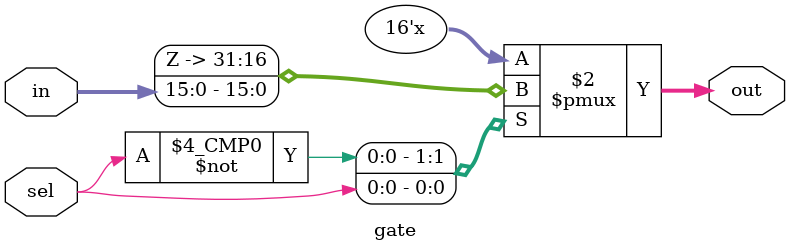
<source format=v>
`timescale 1ns / 1ps


module gate(
    input [15:0] in,
    input sel,
    output reg [15:0] out
    );
    
    always @(in, sel) begin
    
        case (sel)
            'b0 : out = 'hZZZZ;
            'b1 : out = in;
            
        endcase
    
    end
    
endmodule

</source>
